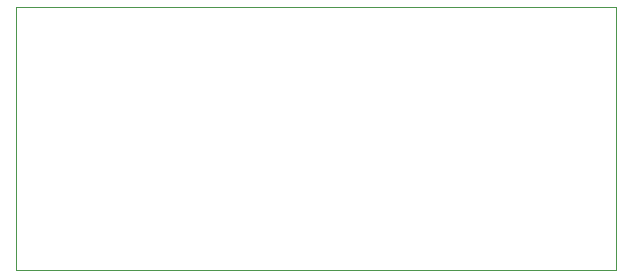
<source format=gbr>
G04 #@! TF.GenerationSoftware,KiCad,Pcbnew,(5.0.0)*
G04 #@! TF.CreationDate,2019-01-17T16:23:05+00:00*
G04 #@! TF.ProjectId,LS04,4C5330342E6B696361645F7063620000,rev?*
G04 #@! TF.SameCoordinates,Original*
G04 #@! TF.FileFunction,Profile,NP*
%FSLAX46Y46*%
G04 Gerber Fmt 4.6, Leading zero omitted, Abs format (unit mm)*
G04 Created by KiCad (PCBNEW (5.0.0)) date 01/17/19 16:23:05*
%MOMM*%
%LPD*%
G01*
G04 APERTURE LIST*
%ADD10C,0.100000*%
G04 APERTURE END LIST*
D10*
X131191000Y-36449000D02*
X131191000Y-14287500D01*
X181991000Y-36449000D02*
X131191000Y-36449000D01*
X181991000Y-14224000D02*
X181991000Y-36449000D01*
X131191000Y-14224000D02*
X181991000Y-14224000D01*
M02*

</source>
